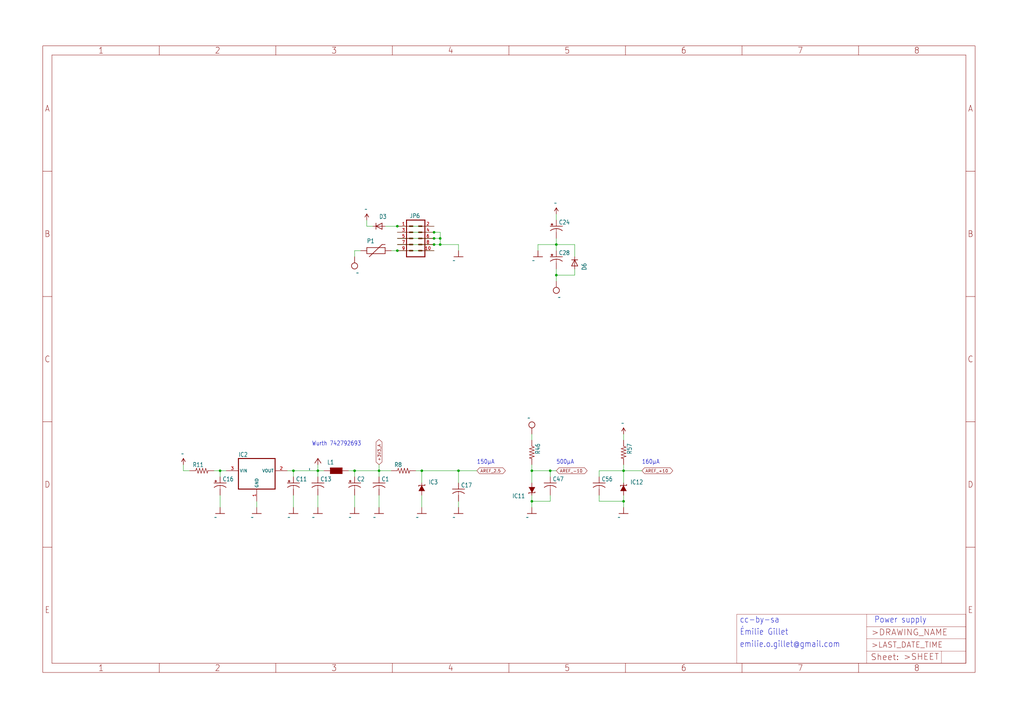
<source format=kicad_sch>
(kicad_sch (version 20211123) (generator eeschema)
  (paper "User" 425.45 299.161)
  (lib_symbols
    (symbol "streams_v05-eagle-import:+3V3" (power)
      (property "Value" "+3V3" (at -2.54 -5.08 90))
      (symbol "+3V3_1_0"
        (polyline (pts (xy 0 0) (xy -1.27 -1.905)) (stroke (width 0.254)))
        (polyline (pts (xy 1.27 -1.905) (xy 0 0)) (stroke (width 0.254)))
        (pin power_in line (at 0 -2.54 90) (length 2.54) (name "+3V3") (number "1"))
      )
    )
    (symbol "streams_v05-eagle-import:A3L-LOC"
      (symbol "A3L-LOC_0_0"
        (polyline (pts (xy 0 52.07) (xy 3.81 52.07)))
        (polyline (pts (xy 0 104.14) (xy 3.81 104.14)))
        (polyline (pts (xy 0 156.21) (xy 3.81 156.21)))
        (polyline (pts (xy 0 208.28) (xy 3.81 208.28)))
        (polyline (pts (xy 3.81 3.81) (xy 3.81 256.54)))
        (polyline (pts (xy 48.4188 0) (xy 48.4188 3.81)))
        (polyline (pts (xy 48.4188 256.54) (xy 48.4188 260.35)))
        (polyline (pts (xy 96.8375 0) (xy 96.8375 3.81)))
        (polyline (pts (xy 96.8375 256.54) (xy 96.8375 260.35)))
        (polyline (pts (xy 145.2563 0) (xy 145.2563 3.81)))
        (polyline (pts (xy 145.2563 256.54) (xy 145.2563 260.35)))
        (polyline (pts (xy 193.675 0) (xy 193.675 3.81)))
        (polyline (pts (xy 193.675 256.54) (xy 193.675 260.35)))
        (polyline (pts (xy 242.0938 0) (xy 242.0938 3.81)))
        (polyline (pts (xy 242.0938 256.54) (xy 242.0938 260.35)))
        (polyline (pts (xy 290.5125 0) (xy 290.5125 3.81)))
        (polyline (pts (xy 290.5125 256.54) (xy 290.5125 260.35)))
        (polyline (pts (xy 338.9313 0) (xy 338.9313 3.81)))
        (polyline (pts (xy 338.9313 256.54) (xy 338.9313 260.35)))
        (polyline (pts (xy 383.54 3.81) (xy 3.81 3.81)))
        (polyline (pts (xy 383.54 3.81) (xy 383.54 256.54)))
        (polyline (pts (xy 383.54 52.07) (xy 387.35 52.07)))
        (polyline (pts (xy 383.54 104.14) (xy 387.35 104.14)))
        (polyline (pts (xy 383.54 156.21) (xy 387.35 156.21)))
        (polyline (pts (xy 383.54 208.28) (xy 387.35 208.28)))
        (polyline (pts (xy 383.54 256.54) (xy 3.81 256.54)))
        (polyline (pts (xy 0 0) (xy 387.35 0) (xy 387.35 260.35) (xy 0 260.35) (xy 0 0)))
        (text "1" (at 24.2094 1.905 0) (effects (font (size 2.54 2.286))))
        (text "1" (at 24.2094 258.445 0) (effects (font (size 2.54 2.286))))
        (text "2" (at 72.6281 1.905 0) (effects (font (size 2.54 2.286))))
        (text "2" (at 72.6281 258.445 0) (effects (font (size 2.54 2.286))))
        (text "3" (at 121.0469 1.905 0) (effects (font (size 2.54 2.286))))
        (text "3" (at 121.0469 258.445 0) (effects (font (size 2.54 2.286))))
        (text "4" (at 169.4656 1.905 0) (effects (font (size 2.54 2.286))))
        (text "4" (at 169.4656 258.445 0) (effects (font (size 2.54 2.286))))
        (text "5" (at 217.8844 1.905 0) (effects (font (size 2.54 2.286))))
        (text "5" (at 217.8844 258.445 0) (effects (font (size 2.54 2.286))))
        (text "6" (at 266.3031 1.905 0) (effects (font (size 2.54 2.286))))
        (text "6" (at 266.3031 258.445 0) (effects (font (size 2.54 2.286))))
        (text "7" (at 314.7219 1.905 0) (effects (font (size 2.54 2.286))))
        (text "7" (at 314.7219 258.445 0) (effects (font (size 2.54 2.286))))
        (text "8" (at 363.1406 1.905 0) (effects (font (size 2.54 2.286))))
        (text "8" (at 363.1406 258.445 0) (effects (font (size 2.54 2.286))))
        (text "A" (at 1.905 234.315 0) (effects (font (size 2.54 2.286))))
        (text "A" (at 385.445 234.315 0) (effects (font (size 2.54 2.286))))
        (text "B" (at 1.905 182.245 0) (effects (font (size 2.54 2.286))))
        (text "B" (at 385.445 182.245 0) (effects (font (size 2.54 2.286))))
        (text "C" (at 1.905 130.175 0) (effects (font (size 2.54 2.286))))
        (text "C" (at 385.445 130.175 0) (effects (font (size 2.54 2.286))))
        (text "D" (at 1.905 78.105 0) (effects (font (size 2.54 2.286))))
        (text "D" (at 385.445 78.105 0) (effects (font (size 2.54 2.286))))
        (text "E" (at 1.905 26.035 0) (effects (font (size 2.54 2.286))))
        (text "E" (at 385.445 26.035 0) (effects (font (size 2.54 2.286))))
      )
      (symbol "A3L-LOC_1_0"
        (polyline (pts (xy 288.29 3.81) (xy 288.29 24.13)) (stroke (width 0.1016)))
        (polyline (pts (xy 288.29 3.81) (xy 342.265 3.81)) (stroke (width 0.1016)))
        (polyline (pts (xy 288.29 24.13) (xy 342.265 24.13)) (stroke (width 0.1016)))
        (polyline (pts (xy 342.265 3.81) (xy 373.38 3.81)) (stroke (width 0.1016)))
        (polyline (pts (xy 342.265 8.89) (xy 342.265 3.81)) (stroke (width 0.1016)))
        (polyline (pts (xy 342.265 8.89) (xy 342.265 13.97)) (stroke (width 0.1016)))
        (polyline (pts (xy 342.265 13.97) (xy 342.265 19.05)) (stroke (width 0.1016)))
        (polyline (pts (xy 342.265 13.97) (xy 383.54 13.97)) (stroke (width 0.1016)))
        (polyline (pts (xy 342.265 19.05) (xy 342.265 24.13)) (stroke (width 0.1016)))
        (polyline (pts (xy 342.265 19.05) (xy 383.54 19.05)) (stroke (width 0.1016)))
        (polyline (pts (xy 342.265 24.13) (xy 383.54 24.13)) (stroke (width 0.1016)))
        (polyline (pts (xy 373.38 3.81) (xy 373.38 8.89)) (stroke (width 0.1016)))
        (polyline (pts (xy 373.38 3.81) (xy 383.54 3.81)) (stroke (width 0.1016)))
        (polyline (pts (xy 373.38 8.89) (xy 342.265 8.89)) (stroke (width 0.1016)))
        (polyline (pts (xy 373.38 8.89) (xy 383.54 8.89)) (stroke (width 0.1016)))
        (polyline (pts (xy 383.54 3.81) (xy 383.54 8.89)) (stroke (width 0.1016)))
        (polyline (pts (xy 383.54 8.89) (xy 383.54 13.97)) (stroke (width 0.1016)))
        (polyline (pts (xy 383.54 13.97) (xy 383.54 19.05)) (stroke (width 0.1016)))
        (polyline (pts (xy 383.54 19.05) (xy 383.54 24.13)) (stroke (width 0.1016)))
        (text ">DRAWING_NAME" (at 344.17 15.24 0) (effects (font (size 2.54 2.54)) (justify left bottom)))
        (text ">LAST_DATE_TIME" (at 344.17 10.16 0) (effects (font (size 2.286 2.286)) (justify left bottom)))
        (text ">SHEET" (at 357.505 5.08 0) (effects (font (size 2.54 2.54)) (justify left bottom)))
        (text "Sheet:" (at 343.916 4.953 0) (effects (font (size 2.54 2.54)) (justify left bottom)))
      )
    )
    (symbol "streams_v05-eagle-import:C-USC0603"
      (property "Reference" "C" (at 1.016 0.635 0))
      (property "Value" "C-USC0603" (at 1.016 -4.191 0))
      (symbol "C-USC0603_1_0"
        (arc (start 0 -1.0161) (mid -1.302 -1.2303) (end -2.4668 -1.8504) (stroke (width 0.254)))
        (polyline (pts (xy -2.54 0) (xy 2.54 0)) (stroke (width 0.254)))
        (polyline (pts (xy 0 -1.016) (xy 0 -2.54)) (stroke (width 0.1524)))
        (arc (start 2.4892 -1.8542) (mid 1.3158 -1.2195) (end 0 -1) (stroke (width 0.254)))
        (pin passive line (at 0 2.54 270) (length 2.54) (name "1") (number "1"))
        (pin passive line (at 0 -5.08 90) (length 2.54) (name "2") (number "2"))
      )
    )
    (symbol "streams_v05-eagle-import:CPOL-USB"
      (property "Reference" "C" (at 1.016 0.635 0))
      (property "Value" "CPOL-USB" (at 1.016 -4.191 0))
      (symbol "CPOL-USB_1_0"
        (rectangle (start -2.253 0.668) (end -1.364 0.795) (fill (type outline)))
        (rectangle (start -1.872 0.287) (end -1.745 1.176) (fill (type outline)))
        (arc (start 0 -1.0161) (mid -1.3021 -1.2302) (end -2.4669 -1.8504) (stroke (width 0.254)))
        (polyline (pts (xy -2.54 0) (xy 2.54 0)) (stroke (width 0.254)))
        (polyline (pts (xy 0 -1.016) (xy 0 -2.54)) (stroke (width 0.1524)))
        (arc (start 2.4892 -1.8542) (mid 1.3158 -1.2195) (end 0 -1) (stroke (width 0.254)))
        (pin passive line (at 0 2.54 270) (length 2.54) (name "+") (number "+"))
        (pin passive line (at 0 -5.08 90) (length 2.54) (name "-") (number "-"))
      )
    )
    (symbol "streams_v05-eagle-import:CPOL-USC"
      (property "Reference" "C" (at 1.016 0.635 0))
      (property "Value" "CPOL-USC" (at 1.016 -4.191 0))
      (symbol "CPOL-USC_1_0"
        (rectangle (start -2.253 0.668) (end -1.364 0.795) (fill (type outline)))
        (rectangle (start -1.872 0.287) (end -1.745 1.176) (fill (type outline)))
        (arc (start 0 -1.0161) (mid -1.3021 -1.2302) (end -2.4669 -1.8504) (stroke (width 0.254)))
        (polyline (pts (xy -2.54 0) (xy 2.54 0)) (stroke (width 0.254)))
        (polyline (pts (xy 0 -1.016) (xy 0 -2.54)) (stroke (width 0.1524)))
        (arc (start 2.4892 -1.8542) (mid 1.3158 -1.2195) (end 0 -1) (stroke (width 0.254)))
        (pin passive line (at 0 2.54 270) (length 2.54) (name "+") (number "+"))
        (pin passive line (at 0 -5.08 90) (length 2.54) (name "-") (number "-"))
      )
    )
    (symbol "streams_v05-eagle-import:DIODE-SOD123"
      (property "Reference" "D" (at 2.54 0.4826 0))
      (property "Value" "DIODE-SOD123" (at 2.54 -2.3114 0))
      (symbol "DIODE-SOD123_1_0"
        (polyline (pts (xy -1.27 -1.27) (xy 1.27 0)) (stroke (width 0.254)))
        (polyline (pts (xy -1.27 1.27) (xy -1.27 -1.27)) (stroke (width 0.254)))
        (polyline (pts (xy 1.27 0) (xy -1.27 1.27)) (stroke (width 0.254)))
        (polyline (pts (xy 1.27 0) (xy 1.27 -1.27)) (stroke (width 0.254)))
        (polyline (pts (xy 1.27 1.27) (xy 1.27 0)) (stroke (width 0.254)))
        (pin passive line (at -2.54 0 0) (length 2.54) (name "A") (number "A"))
        (pin passive line (at 2.54 0 180) (length 2.54) (name "C") (number "C"))
      )
    )
    (symbol "streams_v05-eagle-import:GND" (power)
      (property "Value" "GND" (at -2.54 -2.54 0))
      (symbol "GND_1_0"
        (polyline (pts (xy -1.905 0) (xy 1.905 0)) (stroke (width 0.254)))
        (pin power_in line (at 0 2.54 270) (length 2.54) (name "GND") (number "1"))
      )
    )
    (symbol "streams_v05-eagle-import:LM4041DBZ"
      (property "Reference" "IC" (at 2.794 1.905 0))
      (property "Value" "LM4041DBZ" (at 2.794 -0.889 0))
      (symbol "LM4041DBZ_1_0"
        (polyline (pts (xy -1.27 1.524) (xy -1.27 1.143)) (stroke (width 0.254)))
        (polyline (pts (xy 0 1.524) (xy -1.27 1.524)) (stroke (width 0.254)))
        (polyline (pts (xy 1.27 1.524) (xy 0 1.524)) (stroke (width 0.254)))
        (polyline (pts (xy 1.27 1.905) (xy 1.27 1.524)) (stroke (width 0.254)))
        (polyline (pts (xy 0 1.524) (xy -1.27 -0.762) (xy 1.27 -0.762)) (fill (type outline)))
        (pin passive line (at 0 2.54 270) (length 2.54) (name "C") (number "1"))
        (pin passive line (at 0 -2.54 90) (length 2.54) (name "A") (number "2"))
      )
    )
    (symbol "streams_v05-eagle-import:M05X2PTH"
      (property "Reference" "JP" (at -2.54 8.382 0))
      (property "Value" "M05X2PTH" (at -2.54 -10.16 0))
      (symbol "M05X2PTH_1_0"
        (polyline (pts (xy -3.81 7.62) (xy -3.81 -7.62)) (stroke (width 0.4064)))
        (polyline (pts (xy -3.81 7.62) (xy 3.81 7.62)) (stroke (width 0.4064)))
        (polyline (pts (xy -1.27 -5.08) (xy -2.54 -5.08)) (stroke (width 0.6096)))
        (polyline (pts (xy -1.27 -2.54) (xy -2.54 -2.54)) (stroke (width 0.6096)))
        (polyline (pts (xy -1.27 0) (xy -2.54 0)) (stroke (width 0.6096)))
        (polyline (pts (xy -1.27 2.54) (xy -2.54 2.54)) (stroke (width 0.6096)))
        (polyline (pts (xy -1.27 5.08) (xy -2.54 5.08)) (stroke (width 0.6096)))
        (polyline (pts (xy 1.27 -5.08) (xy 2.54 -5.08)) (stroke (width 0.6096)))
        (polyline (pts (xy 1.27 -2.54) (xy 2.54 -2.54)) (stroke (width 0.6096)))
        (polyline (pts (xy 1.27 0) (xy 2.54 0)) (stroke (width 0.6096)))
        (polyline (pts (xy 1.27 2.54) (xy 2.54 2.54)) (stroke (width 0.6096)))
        (polyline (pts (xy 1.27 5.08) (xy 2.54 5.08)) (stroke (width 0.6096)))
        (polyline (pts (xy 3.81 -7.62) (xy -3.81 -7.62)) (stroke (width 0.4064)))
        (polyline (pts (xy 3.81 -7.62) (xy 3.81 7.62)) (stroke (width 0.4064)))
        (pin passive line (at -7.62 5.08 0) (length 5.08) (name "1") (number "1"))
        (pin passive line (at 7.62 -5.08 180) (length 5.08) (name "10") (number "10"))
        (pin passive line (at 7.62 5.08 180) (length 5.08) (name "2") (number "2"))
        (pin passive line (at -7.62 2.54 0) (length 5.08) (name "3") (number "3"))
        (pin passive line (at 7.62 2.54 180) (length 5.08) (name "4") (number "4"))
        (pin passive line (at -7.62 0 0) (length 5.08) (name "5") (number "5"))
        (pin passive line (at 7.62 0 180) (length 5.08) (name "6") (number "6"))
        (pin passive line (at -7.62 -2.54 0) (length 5.08) (name "7") (number "7"))
        (pin passive line (at 7.62 -2.54 180) (length 5.08) (name "8") (number "8"))
        (pin passive line (at -7.62 -5.08 0) (length 5.08) (name "9") (number "9"))
      )
    )
    (symbol "streams_v05-eagle-import:PTCSMD"
      (property "Reference" "F" (at -2.54 3.048 0))
      (property "Value" "PTCSMD" (at -3.302 -5.08 0))
      (symbol "PTCSMD_1_0"
        (polyline (pts (xy -2.54 -1.27) (xy -2.54 1.27)) (stroke (width 0.254)))
        (polyline (pts (xy -2.54 1.27) (xy 5.08 1.27)) (stroke (width 0.254)))
        (polyline (pts (xy -1.524 -2.54) (xy 3.81 2.54)) (stroke (width 0.254)))
        (polyline (pts (xy 3.81 2.54) (xy 5.08 2.54)) (stroke (width 0.254)))
        (polyline (pts (xy 5.08 -1.27) (xy -2.54 -1.27)) (stroke (width 0.254)))
        (polyline (pts (xy 5.08 1.27) (xy 5.08 -1.27)) (stroke (width 0.254)))
        (pin bidirectional line (at -5.08 0 0) (length 2.54) (name "1") (number "1"))
        (pin bidirectional line (at 7.62 0 180) (length 2.54) (name "2") (number "2"))
      )
    )
    (symbol "streams_v05-eagle-import:R-US_R0603"
      (property "Reference" "R" (at -3.81 1.4986 0))
      (property "Value" "R-US_R0603" (at -3.81 -3.302 0))
      (symbol "R-US_R0603_1_0"
        (polyline (pts (xy -2.54 0) (xy -2.159 1.016)) (stroke (width 0.2032)))
        (polyline (pts (xy -2.159 1.016) (xy -1.524 -1.016)) (stroke (width 0.2032)))
        (polyline (pts (xy -1.524 -1.016) (xy -0.889 1.016)) (stroke (width 0.2032)))
        (polyline (pts (xy -0.889 1.016) (xy -0.254 -1.016)) (stroke (width 0.2032)))
        (polyline (pts (xy -0.254 -1.016) (xy 0.381 1.016)) (stroke (width 0.2032)))
        (polyline (pts (xy 0.381 1.016) (xy 1.016 -1.016)) (stroke (width 0.2032)))
        (polyline (pts (xy 1.016 -1.016) (xy 1.651 1.016)) (stroke (width 0.2032)))
        (polyline (pts (xy 1.651 1.016) (xy 2.286 -1.016)) (stroke (width 0.2032)))
        (polyline (pts (xy 2.286 -1.016) (xy 2.54 0)) (stroke (width 0.2032)))
        (pin passive line (at -5.08 0 0) (length 2.54) (name "1") (number "1"))
        (pin passive line (at 5.08 0 180) (length 2.54) (name "2") (number "2"))
      )
    )
    (symbol "streams_v05-eagle-import:R-US_R1206"
      (property "Reference" "R" (at -3.81 1.4986 0))
      (property "Value" "R-US_R1206" (at -3.81 -3.302 0))
      (symbol "R-US_R1206_1_0"
        (polyline (pts (xy -2.54 0) (xy -2.159 1.016)) (stroke (width 0.2032)))
        (polyline (pts (xy -2.159 1.016) (xy -1.524 -1.016)) (stroke (width 0.2032)))
        (polyline (pts (xy -1.524 -1.016) (xy -0.889 1.016)) (stroke (width 0.2032)))
        (polyline (pts (xy -0.889 1.016) (xy -0.254 -1.016)) (stroke (width 0.2032)))
        (polyline (pts (xy -0.254 -1.016) (xy 0.381 1.016)) (stroke (width 0.2032)))
        (polyline (pts (xy 0.381 1.016) (xy 1.016 -1.016)) (stroke (width 0.2032)))
        (polyline (pts (xy 1.016 -1.016) (xy 1.651 1.016)) (stroke (width 0.2032)))
        (polyline (pts (xy 1.651 1.016) (xy 2.286 -1.016)) (stroke (width 0.2032)))
        (polyline (pts (xy 2.286 -1.016) (xy 2.54 0)) (stroke (width 0.2032)))
        (pin passive line (at -5.08 0 0) (length 2.54) (name "1") (number "1"))
        (pin passive line (at 5.08 0 180) (length 2.54) (name "2") (number "2"))
      )
    )
    (symbol "streams_v05-eagle-import:REG1117"
      (property "Reference" "IC" (at -7.62 5.715 0))
      (property "Value" "REG1117" (at -5.08 2.54 0))
      (symbol "REG1117_1_0"
        (polyline (pts (xy -7.62 -7.62) (xy 7.62 -7.62)) (stroke (width 0.4064)))
        (polyline (pts (xy -7.62 5.08) (xy -7.62 -7.62)) (stroke (width 0.4064)))
        (polyline (pts (xy 7.62 -7.62) (xy 7.62 5.08)) (stroke (width 0.4064)))
        (polyline (pts (xy 7.62 5.08) (xy -7.62 5.08)) (stroke (width 0.4064)))
        (pin power_in line (at 0 -12.7 90) (length 5.08) (name "GND") (number "1"))
        (pin output line (at 12.7 0 180) (length 5.08) (name "VOUT") (number "2"))
        (pin input line (at -12.7 0 0) (length 5.08) (name "VIN") (number "3"))
      )
    )
    (symbol "streams_v05-eagle-import:VCC" (power)
      (property "Value" "VCC" (at -1.016 3.556 0))
      (symbol "VCC_1_0"
        (polyline (pts (xy 0 2.54) (xy -0.762 1.27)) (stroke (width 0.254)))
        (polyline (pts (xy 0.762 1.27) (xy 0 2.54)) (stroke (width 0.254)))
        (pin power_in line (at 0 0 90) (length 2.54) (name "VCC") (number "1"))
      )
    )
    (symbol "streams_v05-eagle-import:VEE" (power)
      (property "Value" "VEE" (at -1.905 3.175 0))
      (symbol "VEE_1_0"
        (circle (center 0 1.27) (radius 1.27) (stroke (width 0.254)))
        (pin power_in line (at 0 -2.54 90) (length 2.54) (name "VEE") (number "1"))
      )
    )
    (symbol "streams_v05-eagle-import:WE-CBF_0603"
      (property "Reference" "L" (at -3.81 5.08 0))
      (property "Value" "WE-CBF_0603" (at -3.81 -1.27 0))
      (symbol "WE-CBF_0603_1_0"
        (rectangle (start -2.54 1.27) (end 2.54 3.81) (fill (type outline)))
        (pin passive line (at -5.08 2.54 0) (length 2.54) (name "1") (number "1"))
        (pin passive line (at 5.08 2.54 180) (length 2.54) (name "2") (number "2"))
      )
    )
  )
  (junction (at 165.1 104.14))
  (junction (at 91.44 195.58))
  (junction (at 190.5 195.58))
  (junction (at 180.34 101.6))
  (junction (at 182.88 99.06))
  (junction (at 231.14 101.6))
  (junction (at 259.08 195.58))
  (junction (at 147.32 195.58))
  (junction (at 220.98 208.28))
  (junction (at 259.08 208.28))
  (junction (at 228.6 195.58))
  (junction (at 231.14 114.3))
  (junction (at 180.34 99.06))
  (junction (at 175.26 195.58))
  (junction (at 220.98 195.58))
  (junction (at 157.48 195.58))
  (junction (at 182.88 101.6))
  (junction (at 165.1 93.98))
  (junction (at 180.34 96.52))
  (junction (at 121.92 195.58))
  (junction (at 132.08 195.58))
  (wire (pts (xy 228.6 195.58) (xy 220.98 195.58)))
  (wire (pts (xy 121.92 205.74) (xy 121.92 210.82)))
  (wire (pts (xy 182.88 99.06) (xy 180.34 99.06)))
  (wire (pts (xy 160.02 93.98) (xy 165.1 93.98)))
  (wire (pts (xy 162.56 104.14) (xy 165.1 104.14)))
  (wire (pts (xy 134.62 195.58) (xy 132.08 195.58)))
  (wire (pts (xy 231.14 101.6) (xy 238.76 101.6)))
  (wire (pts (xy 190.5 101.6) (xy 190.5 104.14)))
  (wire (pts (xy 144.78 195.58) (xy 147.32 195.58)))
  (wire (pts (xy 157.48 205.74) (xy 157.48 210.82)))
  (wire (pts (xy 259.08 208.28) (xy 259.08 210.82)))
  (wire (pts (xy 248.92 205.74) (xy 248.92 208.28)))
  (wire (pts (xy 165.1 101.6) (xy 180.34 101.6)))
  (wire (pts (xy 190.5 208.28) (xy 190.5 210.82)))
  (wire (pts (xy 238.76 101.6) (xy 238.76 106.68)))
  (wire (pts (xy 228.6 205.74) (xy 228.6 208.28)))
  (wire (pts (xy 248.92 198.12) (xy 248.92 195.58)))
  (wire (pts (xy 165.1 104.14) (xy 180.34 104.14)))
  (wire (pts (xy 220.98 195.58) (xy 220.98 193.04)))
  (wire (pts (xy 220.98 200.66) (xy 220.98 195.58)))
  (wire (pts (xy 132.08 198.12) (xy 132.08 195.58)))
  (wire (pts (xy 259.08 195.58) (xy 266.7 195.58)))
  (wire (pts (xy 180.34 99.06) (xy 165.1 99.06)))
  (wire (pts (xy 220.98 205.74) (xy 220.98 208.28)))
  (wire (pts (xy 175.26 205.74) (xy 175.26 210.82)))
  (wire (pts (xy 228.6 195.58) (xy 228.6 198.12)))
  (wire (pts (xy 78.74 195.58) (xy 76.2 195.58)))
  (wire (pts (xy 175.26 195.58) (xy 175.26 200.66)))
  (wire (pts (xy 228.6 195.58) (xy 231.14 195.58)))
  (wire (pts (xy 238.76 114.3) (xy 238.76 111.76)))
  (wire (pts (xy 149.86 104.14) (xy 147.32 104.14)))
  (wire (pts (xy 231.14 111.76) (xy 231.14 114.3)))
  (wire (pts (xy 162.56 195.58) (xy 157.48 195.58)))
  (wire (pts (xy 106.68 208.28) (xy 106.68 210.82)))
  (wire (pts (xy 259.08 182.88) (xy 259.08 180.34)))
  (wire (pts (xy 231.14 91.44) (xy 231.14 88.9)))
  (wire (pts (xy 147.32 195.58) (xy 157.48 195.58)))
  (wire (pts (xy 152.4 93.98) (xy 154.94 93.98)))
  (wire (pts (xy 220.98 208.28) (xy 228.6 208.28)))
  (wire (pts (xy 121.92 198.12) (xy 121.92 195.58)))
  (wire (pts (xy 172.72 195.58) (xy 175.26 195.58)))
  (wire (pts (xy 231.14 114.3) (xy 231.14 116.84)))
  (wire (pts (xy 223.52 101.6) (xy 223.52 104.14)))
  (wire (pts (xy 190.5 200.66) (xy 190.5 195.58)))
  (wire (pts (xy 147.32 205.74) (xy 147.32 210.82)))
  (wire (pts (xy 231.14 101.6) (xy 223.52 101.6)))
  (wire (pts (xy 259.08 208.28) (xy 259.08 205.74)))
  (wire (pts (xy 91.44 205.74) (xy 91.44 210.82)))
  (wire (pts (xy 248.92 195.58) (xy 259.08 195.58)))
  (wire (pts (xy 157.48 195.58) (xy 157.48 198.12)))
  (wire (pts (xy 180.34 96.52) (xy 182.88 96.52)))
  (wire (pts (xy 231.14 101.6) (xy 231.14 104.14)))
  (wire (pts (xy 147.32 104.14) (xy 147.32 106.68)))
  (wire (pts (xy 259.08 195.58) (xy 259.08 193.04)))
  (wire (pts (xy 88.9 195.58) (xy 91.44 195.58)))
  (wire (pts (xy 259.08 200.66) (xy 259.08 195.58)))
  (wire (pts (xy 121.92 195.58) (xy 132.08 195.58)))
  (wire (pts (xy 157.48 195.58) (xy 157.48 193.04)))
  (wire (pts (xy 165.1 93.98) (xy 180.34 93.98)))
  (wire (pts (xy 220.98 208.28) (xy 220.98 210.82)))
  (wire (pts (xy 76.2 195.58) (xy 76.2 193.04)))
  (wire (pts (xy 231.14 99.06) (xy 231.14 101.6)))
  (wire (pts (xy 182.88 99.06) (xy 182.88 101.6)))
  (wire (pts (xy 259.08 208.28) (xy 248.92 208.28)))
  (wire (pts (xy 190.5 195.58) (xy 175.26 195.58)))
  (wire (pts (xy 152.4 93.98) (xy 152.4 91.44)))
  (wire (pts (xy 180.34 101.6) (xy 182.88 101.6)))
  (wire (pts (xy 182.88 96.52) (xy 182.88 99.06)))
  (wire (pts (xy 119.38 195.58) (xy 121.92 195.58)))
  (wire (pts (xy 132.08 193.04) (xy 132.08 195.58)))
  (wire (pts (xy 231.14 114.3) (xy 238.76 114.3)))
  (wire (pts (xy 165.1 96.52) (xy 180.34 96.52)))
  (wire (pts (xy 147.32 198.12) (xy 147.32 195.58)))
  (wire (pts (xy 132.08 205.74) (xy 132.08 210.82)))
  (wire (pts (xy 91.44 195.58) (xy 93.98 195.58)))
  (wire (pts (xy 220.98 182.88) (xy 220.98 180.34)))
  (wire (pts (xy 190.5 195.58) (xy 198.12 195.58)))
  (wire (pts (xy 91.44 198.12) (xy 91.44 195.58)))
  (wire (pts (xy 182.88 101.6) (xy 190.5 101.6)))
  (text "160µA" (at 266.7 193.04 180) (effects (font (size 1.778 1.5113)) (justify left bottom)))
  (text "emilie.o.gillet@gmail.com" (at 307.34 269.24 180) (effects (font (size 2.54 2.159)) (justify left bottom)))
  (text "Wurth 742792693" (at 129.54 185.42 180) (effects (font (size 1.778 1.5113)) (justify left bottom)))
  (text "150µA" (at 198.12 193.04 180) (effects (font (size 1.778 1.5113)) (justify left bottom)))
  (text "cc-by-sa" (at 307.34 259.08 180) (effects (font (size 2.54 2.159)) (justify left bottom)))
  (text "Émilie Gillet" (at 307.34 264.16 180) (effects (font (size 2.54 2.159)) (justify left bottom)))
  (text "500µA" (at 231.14 193.04 180) (effects (font (size 1.778 1.5113)) (justify left bottom)))
  (text "Power supply" (at 363.22 259.08 180) (effects (font (size 2.54 2.159)) (justify left bottom)))
  (global_label "AREF_-10" (shape bidirectional) (at 231.14 195.58 0) (effects (font (size 1.2446 1.2446))) (property "Intersheet References" "${INTERSHEET_REFS}" (effects hide)))
  (global_label "AREF_+10" (shape bidirectional) (at 266.7 195.58 0) (effects (font (size 1.2446 1.2446))) (property "Intersheet References" "${INTERSHEET_REFS}" (effects hide)))
  (global_label "+3V3_A" (shape bidirectional) (at 157.48 193.04 90) (effects (font (size 1.2446 1.2446))) (property "Intersheet References" "${INTERSHEET_REFS}" (effects hide)))
  (global_label "AREF_2.5" (shape bidirectional) (at 198.12 195.58 0) (effects (font (size 1.2446 1.2446))) (property "Intersheet References" "${INTERSHEET_REFS}" (effects hide)))
  (symbol (lib_id "streams_v05-eagle-import:R-US_R0603") (at 220.98 187.96 270) (unit 1)
    (property "Reference" "R46" (at 222.4786 184.15 0) (effects (font (size 1.778 1.5113)) (justify left bottom)))
  )
  (symbol (lib_id "streams_v05-eagle-import:GND") (at 91.44 213.36 0) (unit 1)
    (property "Reference" "#GND40" (effects hide))
  )
  (symbol (lib_id "streams_v05-eagle-import:C-USC0603") (at 132.08 200.66 0) (unit 1)
    (property "Reference" "C13" (at 133.096 200.025 0) (effects (font (size 1.778 1.5113)) (justify left bottom)))
  )
  (symbol (lib_id "streams_v05-eagle-import:WE-CBF_0603") (at 139.7 198.12 0) (unit 1)
    (property "Reference" "L1" (at 135.89 193.04 0) (effects (font (size 1.778 1.5113)) (justify left bottom)))
  )
  (symbol (lib_id "streams_v05-eagle-import:LM4041DBZ") (at 220.98 203.2 180) (unit 1)
    (property "Reference" "IC11" (at 218.186 205.105 0) (effects (font (size 1.778 1.5113)) (justify left bottom)))
  )
  (symbol (lib_id "streams_v05-eagle-import:R-US_R0603") (at 167.64 195.58 0) (unit 1)
    (property "Reference" "R8" (at 163.83 194.0814 0) (effects (font (size 1.778 1.5113)) (justify left bottom)))
  )
  (symbol (lib_id "streams_v05-eagle-import:GND") (at 106.68 213.36 0) (unit 1)
    (property "Reference" "#GND34" (effects hide))
  )
  (symbol (lib_id "streams_v05-eagle-import:GND") (at 157.48 213.36 0) (unit 1)
    (property "Reference" "#GND4" (effects hide))
  )
  (symbol (lib_id "streams_v05-eagle-import:M05X2PTH") (at 172.72 99.06 0) (unit 1)
    (property "Reference" "JP6" (at 170.18 90.678 0) (effects (font (size 1.778 1.5113)) (justify left bottom)))
  )
  (symbol (lib_id "streams_v05-eagle-import:C-USC0603") (at 157.48 200.66 0) (unit 1)
    (property "Reference" "C1" (at 158.496 200.025 0) (effects (font (size 1.778 1.5113)) (justify left bottom)))
  )
  (symbol (lib_id "streams_v05-eagle-import:VCC") (at 152.4 91.44 0) (unit 1)
    (property "Reference" "#P+2" (effects hide))
  )
  (symbol (lib_id "streams_v05-eagle-import:GND") (at 132.08 213.36 0) (unit 1)
    (property "Reference" "#GND36" (effects hide))
  )
  (symbol (lib_id "streams_v05-eagle-import:C-USC0603") (at 190.5 203.2 0) (unit 1)
    (property "Reference" "C17" (at 191.516 202.565 0) (effects (font (size 1.778 1.5113)) (justify left bottom)))
  )
  (symbol (lib_id "streams_v05-eagle-import:GND") (at 190.5 106.68 0) (unit 1)
    (property "Reference" "#GND23" (effects hide))
  )
  (symbol (lib_id "streams_v05-eagle-import:VCC") (at 259.08 180.34 0) (unit 1)
    (property "Reference" "#P+4" (effects hide))
  )
  (symbol (lib_id "streams_v05-eagle-import:GND") (at 190.5 213.36 0) (unit 1)
    (property "Reference" "#GND2" (effects hide))
  )
  (symbol (lib_id "streams_v05-eagle-import:CPOL-USC") (at 91.44 200.66 0) (unit 1)
    (property "Reference" "C16" (at 92.456 200.025 0) (effects (font (size 1.778 1.5113)) (justify left bottom)))
  )
  (symbol (lib_id "streams_v05-eagle-import:DIODE-SOD123") (at 238.76 109.22 90) (unit 1)
    (property "Reference" "D6" (at 241.7826 109.22 0) (effects (font (size 1.778 1.5113)) (justify right top)))
  )
  (symbol (lib_id "streams_v05-eagle-import:VEE") (at 231.14 119.38 180) (unit 1)
    (property "Reference" "#SUPPLY3" (effects hide))
  )
  (symbol (lib_id "streams_v05-eagle-import:A3L-LOC") (at 17.78 279.4 0) (unit 1)
    (property "Reference" "#FRAME2" (effects hide))
  )
  (symbol (lib_id "streams_v05-eagle-import:C-USC0603") (at 228.6 200.66 0) (unit 1)
    (property "Reference" "C47" (at 229.616 200.025 0) (effects (font (size 1.778 1.5113)) (justify left bottom)))
  )
  (symbol (lib_id "streams_v05-eagle-import:R-US_R1206") (at 83.82 195.58 0) (unit 1)
    (property "Reference" "R11" (at 80.01 194.0814 0) (effects (font (size 1.778 1.5113)) (justify left bottom)))
  )
  (symbol (lib_id "streams_v05-eagle-import:GND") (at 175.26 213.36 0) (unit 1)
    (property "Reference" "#GND1" (effects hide))
  )
  (symbol (lib_id "streams_v05-eagle-import:DIODE-SOD123") (at 157.48 93.98 180) (unit 1)
    (property "Reference" "D3" (at 157.48 90.9574 0) (effects (font (size 1.778 1.5113)) (justify right top)))
  )
  (symbol (lib_id "streams_v05-eagle-import:LM4041DBZ") (at 175.26 203.2 0) (unit 1)
    (property "Reference" "IC3" (at 178.054 201.295 0) (effects (font (size 1.778 1.5113)) (justify left bottom)))
  )
  (symbol (lib_id "streams_v05-eagle-import:VEE") (at 220.98 177.8 0) (unit 1)
    (property "Reference" "#SUPPLY1" (effects hide))
  )
  (symbol (lib_id "streams_v05-eagle-import:VCC") (at 231.14 88.9 0) (unit 1)
    (property "Reference" "#P+3" (effects hide))
  )
  (symbol (lib_id "streams_v05-eagle-import:GND") (at 259.08 213.36 0) (unit 1)
    (property "Reference" "#GND43" (effects hide))
  )
  (symbol (lib_id "streams_v05-eagle-import:C-USC0603") (at 248.92 200.66 0) (unit 1)
    (property "Reference" "C56" (at 249.936 200.025 0) (effects (font (size 1.778 1.5113)) (justify left bottom)))
  )
  (symbol (lib_id "streams_v05-eagle-import:VEE") (at 147.32 109.22 180) (unit 1)
    (property "Reference" "#SUPPLY2" (effects hide))
  )
  (symbol (lib_id "streams_v05-eagle-import:CPOL-USB") (at 231.14 93.98 0) (unit 1)
    (property "Reference" "C24" (at 232.156 93.345 0) (effects (font (size 1.778 1.5113)) (justify left bottom)))
  )
  (symbol (lib_id "streams_v05-eagle-import:VCC") (at 76.2 193.04 0) (unit 1)
    (property "Reference" "#P+1" (effects hide))
  )
  (symbol (lib_id "streams_v05-eagle-import:R-US_R0603") (at 259.08 187.96 270) (unit 1)
    (property "Reference" "R57" (at 260.5786 184.15 0) (effects (font (size 1.778 1.5113)) (justify left bottom)))
  )
  (symbol (lib_id "streams_v05-eagle-import:LM4041DBZ") (at 259.08 203.2 0) (unit 1)
    (property "Reference" "IC12" (at 261.874 201.295 0) (effects (font (size 1.778 1.5113)) (justify left bottom)))
  )
  (symbol (lib_id "streams_v05-eagle-import:PTCSMD") (at 154.94 104.14 0) (unit 1)
    (property "Reference" "P1" (at 152.4 101.092 0) (effects (font (size 1.778 1.5113)) (justify left bottom)))
  )
  (symbol (lib_id "streams_v05-eagle-import:GND") (at 223.52 106.68 0) (unit 1)
    (property "Reference" "#GND24" (effects hide))
  )
  (symbol (lib_id "streams_v05-eagle-import:CPOL-USB") (at 121.92 200.66 0) (unit 1)
    (property "Reference" "C11" (at 122.936 200.025 0) (effects (font (size 1.778 1.5113)) (justify left bottom)))
  )
  (symbol (lib_id "streams_v05-eagle-import:REG1117") (at 106.68 195.58 0) (unit 1)
    (property "Reference" "IC2" (at 99.06 189.865 0) (effects (font (size 1.778 1.5113)) (justify left bottom)))
  )
  (symbol (lib_id "streams_v05-eagle-import:CPOL-USB") (at 147.32 200.66 0) (unit 1)
    (property "Reference" "C2" (at 148.336 200.025 0) (effects (font (size 1.778 1.5113)) (justify left bottom)))
  )
  (symbol (lib_id "streams_v05-eagle-import:GND") (at 121.92 213.36 0) (unit 1)
    (property "Reference" "#GND35" (effects hide))
  )
  (symbol (lib_id "streams_v05-eagle-import:+3V3") (at 132.08 190.5 0) (unit 1)
    (property "Reference" "#+3V1" (effects hide))
  )
  (symbol (lib_id "streams_v05-eagle-import:CPOL-USB") (at 231.14 106.68 0) (unit 1)
    (property "Reference" "C28" (at 232.156 106.045 0) (effects (font (size 1.778 1.5113)) (justify left bottom)))
  )
  (symbol (lib_id "streams_v05-eagle-import:GND") (at 147.32 213.36 0) (unit 1)
    (property "Reference" "#GND38" (effects hide))
  )
  (symbol (lib_id "streams_v05-eagle-import:GND") (at 220.98 213.36 0) (unit 1)
    (property "Reference" "#GND69" (effects hide))
  )
)
</source>
